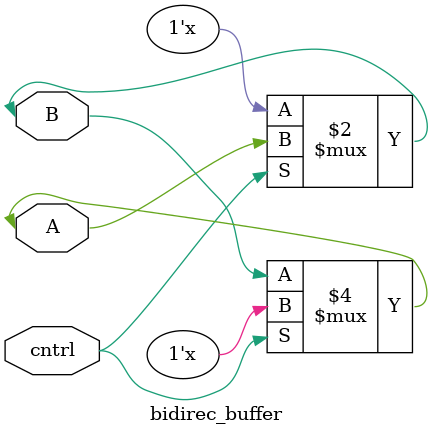
<source format=v>
module bidirec_buffer(
    inout A,
    inout B,
    input cntrl
    );
assign B=(cntrl==1)?A:1'bz;
assign A=(cntrl==0)?B:1'bz;

endmodule

</source>
